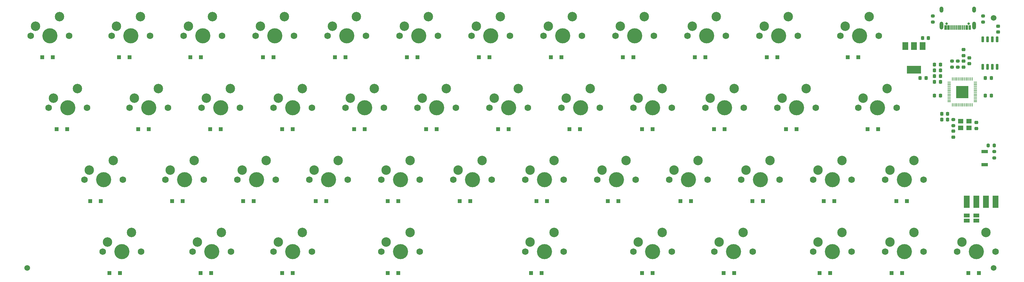
<source format=gbs>
G04 #@! TF.GenerationSoftware,KiCad,Pcbnew,7.0.2*
G04 #@! TF.CreationDate,2023-04-29T17:08:36+02:00*
G04 #@! TF.ProjectId,Tanuki_Ext_PCB,54616e75-6b69-45f4-9578-745f5043422e,rev?*
G04 #@! TF.SameCoordinates,Original*
G04 #@! TF.FileFunction,Soldermask,Bot*
G04 #@! TF.FilePolarity,Negative*
%FSLAX46Y46*%
G04 Gerber Fmt 4.6, Leading zero omitted, Abs format (unit mm)*
G04 Created by KiCad (PCBNEW 7.0.2) date 2023-04-29 17:08:36*
%MOMM*%
%LPD*%
G01*
G04 APERTURE LIST*
G04 Aperture macros list*
%AMRoundRect*
0 Rectangle with rounded corners*
0 $1 Rounding radius*
0 $2 $3 $4 $5 $6 $7 $8 $9 X,Y pos of 4 corners*
0 Add a 4 corners polygon primitive as box body*
4,1,4,$2,$3,$4,$5,$6,$7,$8,$9,$2,$3,0*
0 Add four circle primitives for the rounded corners*
1,1,$1+$1,$2,$3*
1,1,$1+$1,$4,$5*
1,1,$1+$1,$6,$7*
1,1,$1+$1,$8,$9*
0 Add four rect primitives between the rounded corners*
20,1,$1+$1,$2,$3,$4,$5,0*
20,1,$1+$1,$4,$5,$6,$7,0*
20,1,$1+$1,$6,$7,$8,$9,0*
20,1,$1+$1,$8,$9,$2,$3,0*%
G04 Aperture macros list end*
%ADD10RoundRect,0.225000X0.225000X0.250000X-0.225000X0.250000X-0.225000X-0.250000X0.225000X-0.250000X0*%
%ADD11C,1.750000*%
%ADD12C,4.000000*%
%ADD13C,2.500000*%
%ADD14R,1.524000X3.230000*%
%ADD15RoundRect,0.250000X0.300000X0.300000X-0.300000X0.300000X-0.300000X-0.300000X0.300000X-0.300000X0*%
%ADD16RoundRect,0.200000X0.275000X-0.200000X0.275000X0.200000X-0.275000X0.200000X-0.275000X-0.200000X0*%
%ADD17RoundRect,0.200000X-0.275000X0.200000X-0.275000X-0.200000X0.275000X-0.200000X0.275000X0.200000X0*%
%ADD18C,1.500000*%
%ADD19RoundRect,0.050000X0.387500X0.050000X-0.387500X0.050000X-0.387500X-0.050000X0.387500X-0.050000X0*%
%ADD20RoundRect,0.050000X0.050000X0.387500X-0.050000X0.387500X-0.050000X-0.387500X0.050000X-0.387500X0*%
%ADD21R,3.200000X3.200000*%
%ADD22RoundRect,0.225000X0.250000X-0.225000X0.250000X0.225000X-0.250000X0.225000X-0.250000X-0.225000X0*%
%ADD23R,1.500000X1.000000*%
%ADD24RoundRect,0.225000X-0.225000X-0.250000X0.225000X-0.250000X0.225000X0.250000X-0.225000X0.250000X0*%
%ADD25RoundRect,0.200000X0.200000X0.275000X-0.200000X0.275000X-0.200000X-0.275000X0.200000X-0.275000X0*%
%ADD26R,1.400000X1.200000*%
%ADD27R,1.500000X2.000000*%
%ADD28R,3.800000X2.000000*%
%ADD29RoundRect,0.150000X0.150000X-0.650000X0.150000X0.650000X-0.150000X0.650000X-0.150000X-0.650000X0*%
%ADD30C,0.650000*%
%ADD31R,0.300000X1.150000*%
%ADD32O,1.000000X1.600000*%
%ADD33O,1.000000X2.100000*%
%ADD34RoundRect,0.225000X-0.250000X0.225000X-0.250000X-0.225000X0.250000X-0.225000X0.250000X0.225000X0*%
%ADD35R,1.700000X0.900000*%
G04 APERTURE END LIST*
D10*
X264300000Y-36195000D03*
X262750000Y-36195000D03*
D11*
X230663750Y-85725000D03*
D12*
X235743750Y-85725000D03*
D11*
X240823750Y-85725000D03*
D13*
X231933750Y-83185000D03*
X238283750Y-80645000D03*
D11*
X44926250Y-28575000D03*
D12*
X50006250Y-28575000D03*
D11*
X55086250Y-28575000D03*
D13*
X46196250Y-26035000D03*
X52546250Y-23495000D03*
D11*
X230663750Y-66675000D03*
D12*
X235743750Y-66675000D03*
D11*
X240823750Y-66675000D03*
D13*
X231933750Y-64135000D03*
X238283750Y-61595000D03*
D11*
X42545000Y-85725000D03*
D12*
X47625000Y-85725000D03*
D11*
X52705000Y-85725000D03*
D13*
X43815000Y-83185000D03*
X50165000Y-80645000D03*
D11*
X78263750Y-66675000D03*
D12*
X83343750Y-66675000D03*
D11*
X88423750Y-66675000D03*
D13*
X79533750Y-64135000D03*
X85883750Y-61595000D03*
D11*
X159226250Y-28575000D03*
D12*
X164306250Y-28575000D03*
D11*
X169386250Y-28575000D03*
D13*
X160496250Y-26035000D03*
X166846250Y-23495000D03*
D11*
X154463750Y-66675000D03*
D12*
X159543750Y-66675000D03*
D11*
X164623750Y-66675000D03*
D13*
X155733750Y-64135000D03*
X162083750Y-61595000D03*
D11*
X183038750Y-47625000D03*
D12*
X188118750Y-47625000D03*
D11*
X193198750Y-47625000D03*
D13*
X184308750Y-45085000D03*
X190658750Y-42545000D03*
D11*
X163988750Y-47625000D03*
D12*
X169068750Y-47625000D03*
D11*
X174148750Y-47625000D03*
D13*
X165258750Y-45085000D03*
X171608750Y-42545000D03*
D11*
X121126250Y-28575000D03*
D12*
X126206250Y-28575000D03*
D11*
X131286250Y-28575000D03*
D13*
X122396250Y-26035000D03*
X128746250Y-23495000D03*
D11*
X49688750Y-47625000D03*
D12*
X54768750Y-47625000D03*
D11*
X59848750Y-47625000D03*
D13*
X50958750Y-45085000D03*
X57308750Y-42545000D03*
D11*
X237807500Y-28575000D03*
D12*
X242887500Y-28575000D03*
D11*
X247967500Y-28575000D03*
D13*
X239077500Y-26035000D03*
X245427500Y-23495000D03*
D11*
X242570000Y-47625000D03*
D12*
X247650000Y-47625000D03*
D11*
X252730000Y-47625000D03*
D13*
X243840000Y-45085000D03*
X250190000Y-42545000D03*
D11*
X183038750Y-85725000D03*
D12*
X188118750Y-85725000D03*
D11*
X193198750Y-85725000D03*
D13*
X184308750Y-83185000D03*
X190658750Y-80645000D03*
D11*
X154463750Y-85725000D03*
D12*
X159543750Y-85725000D03*
D11*
X164623750Y-85725000D03*
D13*
X155733750Y-83185000D03*
X162083750Y-80645000D03*
D11*
X211613750Y-66675000D03*
D12*
X216693750Y-66675000D03*
D11*
X221773750Y-66675000D03*
D13*
X212883750Y-64135000D03*
X219233750Y-61595000D03*
D11*
X87788750Y-47625000D03*
D12*
X92868750Y-47625000D03*
D11*
X97948750Y-47625000D03*
D13*
X89058750Y-45085000D03*
X95408750Y-42545000D03*
D11*
X173513750Y-66675000D03*
D12*
X178593750Y-66675000D03*
D11*
X183673750Y-66675000D03*
D13*
X174783750Y-64135000D03*
X181133750Y-61595000D03*
D11*
X59213750Y-66675000D03*
D12*
X64293750Y-66675000D03*
D11*
X69373750Y-66675000D03*
D13*
X60483750Y-64135000D03*
X66833750Y-61595000D03*
D11*
X135413750Y-66675000D03*
D12*
X140493750Y-66675000D03*
D11*
X145573750Y-66675000D03*
D13*
X136683750Y-64135000D03*
X143033750Y-61595000D03*
D11*
X249713750Y-85725000D03*
D12*
X254793750Y-85725000D03*
D11*
X259873750Y-85725000D03*
D13*
X250983750Y-83185000D03*
X257333750Y-80645000D03*
D11*
X216376250Y-28575000D03*
D12*
X221456250Y-28575000D03*
D11*
X226536250Y-28575000D03*
D13*
X217646250Y-26035000D03*
X223996250Y-23495000D03*
D11*
X178276250Y-28575000D03*
D12*
X183356250Y-28575000D03*
D11*
X188436250Y-28575000D03*
D13*
X179546250Y-26035000D03*
X185896250Y-23495000D03*
D11*
X249713750Y-66675000D03*
D12*
X254793750Y-66675000D03*
D11*
X259873750Y-66675000D03*
D13*
X250983750Y-64135000D03*
X257333750Y-61595000D03*
D11*
X83026250Y-28575000D03*
D12*
X88106250Y-28575000D03*
D11*
X93186250Y-28575000D03*
D13*
X84296250Y-26035000D03*
X90646250Y-23495000D03*
D11*
X87788750Y-85725000D03*
D12*
X92868750Y-85725000D03*
D11*
X97948750Y-85725000D03*
D13*
X89058750Y-83185000D03*
X95408750Y-80645000D03*
D11*
X202088750Y-47625000D03*
D12*
X207168750Y-47625000D03*
D11*
X212248750Y-47625000D03*
D13*
X203358750Y-45085000D03*
X209708750Y-42545000D03*
D11*
X97313750Y-66675000D03*
D12*
X102393750Y-66675000D03*
D11*
X107473750Y-66675000D03*
D13*
X98583750Y-64135000D03*
X104933750Y-61595000D03*
D11*
X140176250Y-28575000D03*
D12*
X145256250Y-28575000D03*
D11*
X150336250Y-28575000D03*
D13*
X141446250Y-26035000D03*
X147796250Y-23495000D03*
D11*
X125888750Y-47625000D03*
D12*
X130968750Y-47625000D03*
D11*
X136048750Y-47625000D03*
D13*
X127158750Y-45085000D03*
X133508750Y-42545000D03*
D11*
X197326250Y-28575000D03*
D12*
X202406250Y-28575000D03*
D11*
X207486250Y-28575000D03*
D13*
X198596250Y-26035000D03*
X204946250Y-23495000D03*
D11*
X23495000Y-28575000D03*
D12*
X28575000Y-28575000D03*
D11*
X33655000Y-28575000D03*
D13*
X24765000Y-26035000D03*
X31115000Y-23495000D03*
D11*
X28257500Y-47625000D03*
D12*
X33337500Y-47625000D03*
D11*
X38417500Y-47625000D03*
D13*
X29527500Y-45085000D03*
X35877500Y-42545000D03*
D11*
X37782500Y-66675000D03*
D12*
X42862500Y-66675000D03*
D11*
X47942500Y-66675000D03*
D13*
X39052500Y-64135000D03*
X45402500Y-61595000D03*
D11*
X116363750Y-66675000D03*
D12*
X121443750Y-66675000D03*
D11*
X126523750Y-66675000D03*
D13*
X117633750Y-64135000D03*
X123983750Y-61595000D03*
D11*
X192563750Y-66675000D03*
D12*
X197643750Y-66675000D03*
D11*
X202723750Y-66675000D03*
D13*
X193833750Y-64135000D03*
X200183750Y-61595000D03*
D11*
X144938750Y-47625000D03*
D12*
X150018750Y-47625000D03*
D11*
X155098750Y-47625000D03*
D13*
X146208750Y-45085000D03*
X152558750Y-42545000D03*
D11*
X116363750Y-85725000D03*
D12*
X121443750Y-85725000D03*
D11*
X126523750Y-85725000D03*
D13*
X117633750Y-83185000D03*
X123983750Y-80645000D03*
D11*
X106838750Y-47625000D03*
D12*
X111918750Y-47625000D03*
D11*
X116998750Y-47625000D03*
D13*
X108108750Y-45085000D03*
X114458750Y-42545000D03*
D11*
X66357500Y-85725000D03*
D12*
X71437500Y-85725000D03*
D11*
X76517500Y-85725000D03*
D13*
X67627500Y-83185000D03*
X73977500Y-80645000D03*
D11*
X204470000Y-85725000D03*
D12*
X209550000Y-85725000D03*
D11*
X214630000Y-85725000D03*
D13*
X205740000Y-83185000D03*
X212090000Y-80645000D03*
D11*
X268763750Y-85725000D03*
D12*
X273843750Y-85725000D03*
D11*
X278923750Y-85725000D03*
D13*
X270033750Y-83185000D03*
X276383750Y-80645000D03*
D11*
X102076250Y-28575000D03*
D12*
X107156250Y-28575000D03*
D11*
X112236250Y-28575000D03*
D13*
X103346250Y-26035000D03*
X109696250Y-23495000D03*
D11*
X221138750Y-47625000D03*
D12*
X226218750Y-47625000D03*
D11*
X231298750Y-47625000D03*
D13*
X222408750Y-45085000D03*
X228758750Y-42545000D03*
D11*
X68738750Y-47625000D03*
D12*
X73818750Y-47625000D03*
D11*
X78898750Y-47625000D03*
D13*
X70008750Y-45085000D03*
X76358750Y-42545000D03*
D14*
X278892000Y-72517000D03*
X276352000Y-72517000D03*
X273812000Y-72517000D03*
X271272000Y-72517000D03*
D11*
X63976250Y-28575000D03*
D12*
X69056250Y-28575000D03*
D11*
X74136250Y-28575000D03*
D13*
X65246250Y-26035000D03*
X71596250Y-23495000D03*
D15*
X54740000Y-53340000D03*
X51940000Y-53340000D03*
D16*
X278511000Y-60896000D03*
X278511000Y-59246000D03*
D17*
X267335000Y-35243000D03*
X267335000Y-36893000D03*
D15*
X139830000Y-72390000D03*
X137030000Y-72390000D03*
D17*
X262255000Y-23305000D03*
X262255000Y-24955000D03*
D10*
X264300000Y-40767000D03*
X262750000Y-40767000D03*
D18*
X278384000Y-23876000D03*
D15*
X163960000Y-34290000D03*
X161160000Y-34290000D03*
D19*
X273512500Y-40842500D03*
X273512500Y-41242500D03*
X273512500Y-41642500D03*
X273512500Y-42042500D03*
X273512500Y-42442500D03*
X273512500Y-42842500D03*
X273512500Y-43242500D03*
X273512500Y-43642500D03*
X273512500Y-44042500D03*
X273512500Y-44442500D03*
X273512500Y-44842500D03*
X273512500Y-45242500D03*
X273512500Y-45642500D03*
X273512500Y-46042500D03*
D20*
X272675000Y-46880000D03*
X272275000Y-46880000D03*
X271875000Y-46880000D03*
X271475000Y-46880000D03*
X271075000Y-46880000D03*
X270675000Y-46880000D03*
X270275000Y-46880000D03*
X269875000Y-46880000D03*
X269475000Y-46880000D03*
X269075000Y-46880000D03*
X268675000Y-46880000D03*
X268275000Y-46880000D03*
X267875000Y-46880000D03*
X267475000Y-46880000D03*
D19*
X266637500Y-46042500D03*
X266637500Y-45642500D03*
X266637500Y-45242500D03*
X266637500Y-44842500D03*
X266637500Y-44442500D03*
X266637500Y-44042500D03*
X266637500Y-43642500D03*
X266637500Y-43242500D03*
X266637500Y-42842500D03*
X266637500Y-42442500D03*
X266637500Y-42042500D03*
X266637500Y-41642500D03*
X266637500Y-41242500D03*
X266637500Y-40842500D03*
D20*
X267475000Y-40005000D03*
X267875000Y-40005000D03*
X268275000Y-40005000D03*
X268675000Y-40005000D03*
X269075000Y-40005000D03*
X269475000Y-40005000D03*
X269875000Y-40005000D03*
X270275000Y-40005000D03*
X270675000Y-40005000D03*
X271075000Y-40005000D03*
X271475000Y-40005000D03*
X271875000Y-40005000D03*
X272275000Y-40005000D03*
X272675000Y-40005000D03*
D21*
X270075000Y-43442500D03*
D15*
X42040000Y-72390000D03*
X39240000Y-72390000D03*
X68580000Y-34290000D03*
X65780000Y-34290000D03*
X33150000Y-53340000D03*
X30350000Y-53340000D03*
X49660000Y-34290000D03*
X46860000Y-34290000D03*
X160150000Y-72390000D03*
X157350000Y-72390000D03*
D22*
X270383000Y-33795000D03*
X270383000Y-32245000D03*
D15*
X71250000Y-91440000D03*
X68450000Y-91440000D03*
X202060000Y-34290000D03*
X199260000Y-34290000D03*
X255400000Y-72390000D03*
X252600000Y-72390000D03*
X247780000Y-53340000D03*
X244980000Y-53340000D03*
D22*
X271907000Y-35954000D03*
X271907000Y-34404000D03*
D15*
X120780000Y-91440000D03*
X117980000Y-91440000D03*
X149990000Y-53340000D03*
X147190000Y-53340000D03*
D10*
X266205000Y-49276000D03*
X264655000Y-49276000D03*
D15*
X217300000Y-72390000D03*
X214500000Y-72390000D03*
X26540000Y-34290000D03*
X29340000Y-34290000D03*
X274450000Y-91440000D03*
X271650000Y-91440000D03*
X235080000Y-91440000D03*
X232280000Y-91440000D03*
X92840000Y-53340000D03*
X90040000Y-53340000D03*
X221110000Y-34290000D03*
X218310000Y-34290000D03*
D18*
X278384000Y-90043000D03*
D15*
X47120000Y-91440000D03*
X44320000Y-91440000D03*
X236220000Y-72390000D03*
X233420000Y-72390000D03*
X188090000Y-53340000D03*
X185290000Y-53340000D03*
D23*
X273812000Y-77485000D03*
X273812000Y-76185000D03*
D24*
X276212000Y-44450000D03*
X277762000Y-44450000D03*
D15*
X101730000Y-72390000D03*
X98930000Y-72390000D03*
D25*
X278574000Y-57658000D03*
X276924000Y-57658000D03*
D22*
X273812000Y-53099000D03*
X273812000Y-51549000D03*
D15*
X87760000Y-34290000D03*
X84960000Y-34290000D03*
X130940000Y-53340000D03*
X128140000Y-53340000D03*
X158750000Y-91440000D03*
X155950000Y-91440000D03*
D16*
X267716000Y-52387000D03*
X267716000Y-50737000D03*
D24*
X259575000Y-29210000D03*
X261125000Y-29210000D03*
D15*
X179070000Y-72390000D03*
X176270000Y-72390000D03*
D26*
X269664000Y-51220000D03*
X271864000Y-51220000D03*
X271864000Y-52920000D03*
X269664000Y-52920000D03*
D15*
X144910000Y-34290000D03*
X142110000Y-34290000D03*
X111890000Y-53340000D03*
X109090000Y-53340000D03*
X168910000Y-53340000D03*
X166110000Y-53340000D03*
X207140000Y-53340000D03*
X204340000Y-53340000D03*
X242570000Y-34290000D03*
X239770000Y-34290000D03*
X254130000Y-91440000D03*
X251330000Y-91440000D03*
X92840000Y-91440000D03*
X90040000Y-91440000D03*
D10*
X264300000Y-44450000D03*
X262750000Y-44450000D03*
X264300000Y-37719000D03*
X262750000Y-37719000D03*
D15*
X188090000Y-91440000D03*
X185290000Y-91440000D03*
D22*
X270383000Y-36843000D03*
X270383000Y-35293000D03*
D27*
X255002000Y-31267000D03*
X257302000Y-31267000D03*
D28*
X257302000Y-37567000D03*
D27*
X259602000Y-31267000D03*
D15*
X183010000Y-34290000D03*
X180210000Y-34290000D03*
D22*
X279527000Y-27572000D03*
X279527000Y-26022000D03*
D15*
X73790000Y-53340000D03*
X70990000Y-53340000D03*
X198250000Y-72390000D03*
X195450000Y-72390000D03*
X226190000Y-53340000D03*
X223390000Y-53340000D03*
D29*
X279273000Y-36747000D03*
X278003000Y-36747000D03*
X276733000Y-36747000D03*
X275463000Y-36747000D03*
X275463000Y-29547000D03*
X276733000Y-29547000D03*
X278003000Y-29547000D03*
X279273000Y-29547000D03*
D30*
X265969000Y-25338000D03*
X271749000Y-25338000D03*
D31*
X265509000Y-26403000D03*
X266309000Y-26403000D03*
X267609000Y-26403000D03*
X268609000Y-26403000D03*
X269109000Y-26403000D03*
X270109000Y-26403000D03*
X271409000Y-26403000D03*
X272209000Y-26403000D03*
X271909000Y-26403000D03*
X271109000Y-26403000D03*
X270609000Y-26403000D03*
X269609000Y-26403000D03*
X268109000Y-26403000D03*
X267109000Y-26403000D03*
X266609000Y-26403000D03*
X265809000Y-26403000D03*
D32*
X264539000Y-21658000D03*
D33*
X264539000Y-25838000D03*
D32*
X273179000Y-21658000D03*
D33*
X273179000Y-25838000D03*
D24*
X276212000Y-39751000D03*
X277762000Y-39751000D03*
X258940000Y-39751000D03*
X260490000Y-39751000D03*
D15*
X209680000Y-91440000D03*
X206880000Y-91440000D03*
X106810000Y-34290000D03*
X104010000Y-34290000D03*
X63760000Y-72390000D03*
X60960000Y-72390000D03*
X125860000Y-34290000D03*
X123060000Y-34290000D03*
D34*
X267716000Y-53835000D03*
X267716000Y-55385000D03*
D23*
X271272000Y-77485000D03*
X271272000Y-76185000D03*
D35*
X275971000Y-62660000D03*
X275971000Y-59260000D03*
D18*
X22606000Y-90043000D03*
D15*
X82550000Y-72390000D03*
X79750000Y-72390000D03*
D10*
X264300000Y-39243000D03*
X262750000Y-39243000D03*
X266205000Y-50800000D03*
X264655000Y-50800000D03*
D15*
X120780000Y-72390000D03*
X117980000Y-72390000D03*
D17*
X275590000Y-23305000D03*
X275590000Y-24955000D03*
X268859000Y-35243000D03*
X268859000Y-36893000D03*
M02*

</source>
